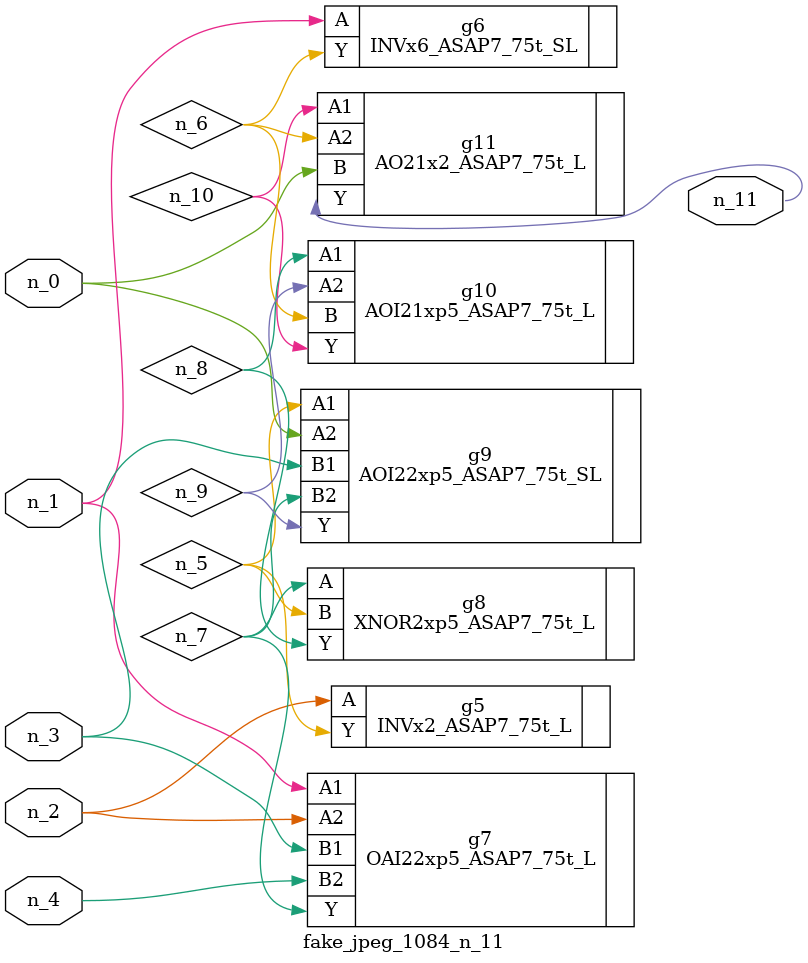
<source format=v>
module fake_jpeg_1084_n_11 (n_3, n_2, n_1, n_0, n_4, n_11);

input n_3;
input n_2;
input n_1;
input n_0;
input n_4;

output n_11;

wire n_10;
wire n_8;
wire n_9;
wire n_6;
wire n_5;
wire n_7;

INVx2_ASAP7_75t_L g5 ( 
.A(n_2),
.Y(n_5)
);

INVx6_ASAP7_75t_SL g6 ( 
.A(n_1),
.Y(n_6)
);

OAI22xp5_ASAP7_75t_L g7 ( 
.A1(n_1),
.A2(n_2),
.B1(n_3),
.B2(n_4),
.Y(n_7)
);

XNOR2xp5_ASAP7_75t_L g8 ( 
.A(n_7),
.B(n_5),
.Y(n_8)
);

AOI21xp5_ASAP7_75t_L g10 ( 
.A1(n_8),
.A2(n_9),
.B(n_6),
.Y(n_10)
);

AOI22xp5_ASAP7_75t_SL g9 ( 
.A1(n_5),
.A2(n_0),
.B1(n_3),
.B2(n_7),
.Y(n_9)
);

AO21x2_ASAP7_75t_L g11 ( 
.A1(n_10),
.A2(n_6),
.B(n_0),
.Y(n_11)
);


endmodule
</source>
